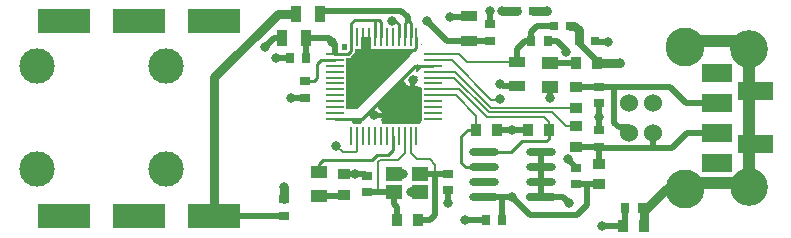
<source format=gtl>
G04*
G04 #@! TF.GenerationSoftware,Altium Limited,Altium Designer,23.3.1 (30)*
G04*
G04 Layer_Physical_Order=1*
G04 Layer_Color=255*
%FSLAX44Y44*%
%MOMM*%
G71*
G04*
G04 #@! TF.SameCoordinates,CDB4EB09-7802-4DFF-8E47-A9092604CAE6*
G04*
G04*
G04 #@! TF.FilePolarity,Positive*
G04*
G01*
G75*
%ADD10C,0.2540*%
%ADD11C,0.5000*%
%ADD12C,0.2000*%
%ADD38R,0.9000X0.8000*%
%ADD39R,0.8500X1.0000*%
%ADD40R,0.8000X0.9000*%
%ADD41R,1.4000X1.1000*%
G04:AMPARAMS|DCode=42|XSize=0.7mm|YSize=2.5mm|CornerRadius=0.175mm|HoleSize=0mm|Usage=FLASHONLY|Rotation=270.000|XOffset=0mm|YOffset=0mm|HoleType=Round|Shape=RoundedRectangle|*
%AMROUNDEDRECTD42*
21,1,0.7000,2.1500,0,0,270.0*
21,1,0.3500,2.5000,0,0,270.0*
1,1,0.3500,-1.0750,-0.1750*
1,1,0.3500,-1.0750,0.1750*
1,1,0.3500,1.0750,0.1750*
1,1,0.3500,1.0750,-0.1750*
%
%ADD42ROUNDEDRECTD42*%
%ADD43O,2.5000X0.7000*%
%ADD44R,1.0000X0.8500*%
%ADD45R,1.4000X1.1500*%
%ADD46R,0.7500X0.8000*%
%ADD47R,1.4000X0.9500*%
%ADD48R,0.9500X1.4000*%
%ADD49R,0.2800X1.5600*%
%ADD50R,1.5600X0.2800*%
%ADD51C,0.8000*%
%ADD52C,1.0000*%
%ADD53C,0.2500*%
%ADD54C,0.7500*%
%ADD55R,4.5000X2.0000*%
%ADD56R,2.5400X1.5000*%
%ADD57R,1.4995X1.4995*%
%ADD58C,3.2000*%
%ADD59C,3.3000*%
%ADD60C,1.5240*%
%ADD61C,3.0000*%
%ADD62C,0.8000*%
G36*
X354620Y162120D02*
Y162500D01*
X355000D01*
X354620Y162120D01*
D02*
G37*
G36*
X307680Y158330D02*
X308680D01*
Y168670D01*
X312280D01*
Y158869D01*
X312680D01*
Y158330D01*
X314620D01*
Y158870D01*
X346740D01*
Y158330D01*
X350830D01*
X350680Y158180D01*
X344841Y152341D01*
D01*
X332500Y140000D01*
X300000Y107500D01*
X291180D01*
Y110970D01*
Y115970D01*
X291180D01*
Y122770D01*
X291180D01*
Y125970D01*
Y130970D01*
Y135970D01*
X291180D01*
Y142770D01*
X291180D01*
Y145970D01*
X291180D01*
Y150970D01*
Y151036D01*
X292870D01*
X294146Y151290D01*
X295228Y152013D01*
X298038Y154823D01*
X298760Y155904D01*
X299014Y157180D01*
Y158870D01*
X301740D01*
Y158330D01*
X303680D01*
Y158869D01*
X304081D01*
Y168670D01*
X307680D01*
Y158330D01*
D02*
G37*
G36*
X292280Y158870D02*
X292346D01*
Y158561D01*
X291489Y157704D01*
X291180D01*
Y157770D01*
X287500D01*
Y162500D01*
X292280D01*
Y158870D01*
D02*
G37*
G36*
X354234Y144152D02*
X354375Y141715D01*
X351035Y139476D01*
X350275Y139868D01*
X349466Y144317D01*
X350774Y145585D01*
X354234Y144152D01*
D02*
G37*
G36*
X349500Y126250D02*
X350798Y126787D01*
X351180Y127080D01*
X354001Y126297D01*
X355180Y125309D01*
Y120970D01*
Y110970D01*
Y98414D01*
X354341Y95709D01*
X351636Y94870D01*
X343080D01*
X342280Y94870D01*
X342280Y94870D01*
X339080Y94870D01*
X339080Y94870D01*
X338280Y94870D01*
X327280D01*
Y94870D01*
X322219D01*
X321698Y95475D01*
X320458Y98870D01*
X320712Y99202D01*
X321250Y100500D01*
X314999D01*
Y104500D01*
X321250D01*
X320712Y105798D01*
X319664Y107164D01*
X318621Y107964D01*
X318244Y108532D01*
X317582Y112479D01*
X317614Y112614D01*
X336942Y131942D01*
X341128Y130793D01*
X341787Y129202D01*
X342836Y127836D01*
X344202Y126787D01*
X345500Y126250D01*
Y132500D01*
X349500D01*
Y126250D01*
D02*
G37*
G36*
X304370Y99370D02*
X305822Y98176D01*
X303976Y94870D01*
X297022D01*
X295288Y98116D01*
X295236Y98951D01*
X295590Y99370D01*
X304370D01*
D02*
G37*
D10*
X345680Y168670D02*
Y180320D01*
X343250Y182750D02*
X345680Y180320D01*
X340680Y168670D02*
Y180180D01*
X343250Y182750D01*
X330680Y73430D02*
Y85070D01*
X268370Y52670D02*
Y54180D01*
X326250Y69000D02*
X330680Y73430D01*
X317500Y69000D02*
X326250D01*
X312750Y64250D02*
X317500Y69000D01*
X271370Y64250D02*
X312750D01*
X268370Y54180D02*
Y61250D01*
X271370Y64250D01*
X408200Y70930D02*
X430430D01*
X439750Y80250D01*
X460750D01*
X462966Y82466D01*
Y90070D01*
X392270Y58230D02*
X408200D01*
X388750Y61750D02*
X392270Y58230D01*
X388750Y61750D02*
Y84500D01*
X394320Y90070D01*
X401450D01*
X269870Y149370D02*
X281380D01*
X266250Y145750D02*
X269870Y149370D01*
X266250Y134000D02*
Y145750D01*
X263580Y131330D02*
X266250Y134000D01*
X256670Y131330D02*
X263580D01*
X292870Y154370D02*
X295680Y157180D01*
Y168670D01*
X315680D02*
Y183180D01*
X281380Y154370D02*
X292870D01*
X295680Y168670D02*
Y180680D01*
X320680Y168670D02*
Y181570D01*
X295680Y180680D02*
X298500Y183500D01*
X318750D01*
X320680Y181570D01*
D11*
X456200Y45530D02*
Y58230D01*
Y32830D02*
Y45530D01*
X276640Y167610D02*
X279375Y164875D01*
X281500Y162750D01*
X525800Y8320D02*
X527550Y10070D01*
X507570Y8320D02*
X525800D01*
X343250Y182750D02*
Y185750D01*
X308710Y37055D02*
X318269D01*
X331948D01*
X518250Y96000D02*
X521996Y92254D01*
X527550Y10070D02*
Y24010D01*
Y25260D01*
X268370Y34181D02*
X288385D01*
X331948Y27052D02*
Y37055D01*
Y27052D02*
X334198Y24802D01*
Y14060D02*
Y24802D01*
X353948Y53056D02*
X366769D01*
X377620D01*
X366769Y18269D02*
Y53056D01*
X362560Y14060D02*
X366769Y18269D01*
X351698Y14060D02*
X362560D01*
X179502Y17240D02*
X238180D01*
X418950Y90070D02*
X432022D01*
X445466D01*
X431920Y32830D02*
X447000Y17750D01*
X486500D01*
X495000Y26250D01*
Y43670D01*
X485861Y43920D02*
X504940D01*
Y61420D02*
Y74420D01*
X486080Y75580D02*
X504940D01*
X486020Y126420D02*
X504940D01*
X518250D01*
Y96000D02*
Y126420D01*
X456200Y58230D02*
Y70930D01*
Y32830D02*
X474920D01*
X479750Y28000D01*
X478781Y65000D02*
X485861Y57920D01*
X464040Y146670D02*
X486020D01*
X488020Y163480D02*
X503520Y147980D01*
Y146670D02*
Y147980D01*
X488020Y163480D02*
Y165040D01*
X395190Y165660D02*
X413151D01*
X504940Y101191D02*
Y112420D01*
Y89580D02*
Y101191D01*
X423580Y127170D02*
X436200D01*
X421500Y129250D02*
X423580Y127170D01*
X464040Y116710D02*
Y126670D01*
X408200Y32830D02*
X424522D01*
X431920D01*
X423420Y31728D02*
X424522Y32830D01*
X423420Y14060D02*
Y31728D01*
X281500Y155500D02*
Y162750D01*
X257330Y167610D02*
X276640D01*
X501810Y164750D02*
X513000D01*
X501520Y165040D02*
X501810Y164750D01*
X257330Y150650D02*
Y167610D01*
X306960Y52806D02*
X308710Y51055D01*
X289510Y52806D02*
X298999D01*
X306960D01*
X377620Y28380D02*
Y39056D01*
X392060Y14060D02*
X409420D01*
X395031Y186000D02*
X395190Y186160D01*
X379000Y186000D02*
X395031D01*
X413151Y179660D02*
Y190849D01*
X360000Y182500D02*
X376840Y165660D01*
X395190D01*
X230110Y167610D02*
X236830D01*
X222500Y160000D02*
X230110Y167610D01*
X231580Y150650D02*
X243330D01*
X442479Y164979D02*
X448040D01*
X436200Y158700D02*
X442479Y164979D01*
X436200Y147670D02*
Y158700D01*
X448040Y164979D02*
Y173040D01*
X453040Y178040D01*
X467420D01*
X462040Y164979D02*
X470020D01*
X477500Y157500D01*
Y156250D02*
Y157500D01*
X244170Y117330D02*
X256670D01*
X271855Y191000D02*
X338000D01*
X269300Y188445D02*
X271855Y191000D01*
X338000D02*
X343250Y185750D01*
X505520Y75000D02*
X567250D01*
X579954Y87704D01*
X605240D01*
X504940Y74420D02*
X505520Y75000D01*
X550791Y75960D02*
Y87754D01*
Y92254D01*
X518250Y126420D02*
X565580D01*
X578896Y113104D01*
X605240D01*
X521996Y92254D02*
X530791D01*
D12*
X340680Y70430D02*
Y85070D01*
X345680Y70570D02*
Y85070D01*
X318269Y37055D02*
Y62769D01*
X320230Y64730D01*
X334980D01*
X340680Y70430D01*
X300680Y72180D02*
Y85070D01*
X299500Y71000D02*
X300680Y72180D01*
X288250Y71000D02*
X299500D01*
X282750Y76500D02*
X288250Y71000D01*
X364980Y139370D02*
X383130D01*
X413580Y108920D01*
X486020D01*
X364980Y134370D02*
X382473D01*
X411923Y104920D01*
X465080D01*
X476920Y93080D01*
X486080D01*
X393580Y147670D02*
X436200D01*
X414240Y115750D02*
X421016D01*
X421272Y116006D01*
X364980Y149370D02*
X380620D01*
X414240Y115750D01*
X386880Y154370D02*
X393580Y147670D01*
X364980Y154370D02*
X386880D01*
X364980Y124370D02*
X386816D01*
X410266Y100920D01*
X459080D01*
X462966Y97034D01*
Y90070D02*
Y97034D01*
X364980Y119370D02*
X384130D01*
X401450Y102050D01*
Y90070D02*
Y102050D01*
X345680Y70570D02*
X351250Y65000D01*
X362500D01*
X366769Y60731D01*
Y53056D02*
Y60731D01*
D38*
X238180Y31240D02*
D03*
Y17240D02*
D03*
X377620Y39056D02*
D03*
Y53056D02*
D03*
X308710Y51055D02*
D03*
Y37055D02*
D03*
X485861Y57920D02*
D03*
Y43920D02*
D03*
X504940Y89580D02*
D03*
Y75580D02*
D03*
X413151Y165660D02*
D03*
Y179660D02*
D03*
X256670Y131330D02*
D03*
Y117330D02*
D03*
X504940Y112420D02*
D03*
Y126420D02*
D03*
D39*
X525800Y8320D02*
D03*
X543300Y8320D02*
D03*
X462966Y90070D02*
D03*
X445466Y90070D02*
D03*
X401450Y90070D02*
D03*
X418950Y90070D02*
D03*
X486020Y146670D02*
D03*
X503520Y146670D02*
D03*
X351698Y14060D02*
D03*
X334198Y14060D02*
D03*
D40*
X527550Y24010D02*
D03*
X541550Y24010D02*
D03*
X409420Y14060D02*
D03*
X423420Y14060D02*
D03*
X462040Y164979D02*
D03*
X448040D02*
D03*
X257330Y150650D02*
D03*
X243330D02*
D03*
D41*
X464040Y126670D02*
D03*
Y146670D02*
D03*
X268370Y34181D02*
D03*
Y54180D02*
D03*
D42*
X456200Y32830D02*
D03*
D43*
X456200Y45530D02*
D03*
X456200Y58230D02*
D03*
Y70930D02*
D03*
X408200Y32830D02*
D03*
X408200Y45530D02*
D03*
X408200Y58230D02*
D03*
X408200Y70930D02*
D03*
D44*
X289510Y52806D02*
D03*
Y35306D02*
D03*
X504940Y61420D02*
D03*
Y43920D02*
D03*
X486080Y75580D02*
D03*
Y93080D02*
D03*
X486020Y126420D02*
D03*
X486020Y108920D02*
D03*
D45*
X331948Y37055D02*
D03*
X353948D02*
D03*
Y53056D02*
D03*
X331948D02*
D03*
D46*
X488020Y165040D02*
D03*
X501520D02*
D03*
X480920Y178040D02*
D03*
X467420Y178040D02*
D03*
X449020Y190530D02*
D03*
X435520Y190530D02*
D03*
D47*
X395190Y186160D02*
D03*
Y165660D02*
D03*
X436200Y147670D02*
D03*
Y127170D02*
D03*
D48*
X236830Y167610D02*
D03*
X257330D02*
D03*
X269300Y188445D02*
D03*
X248800D02*
D03*
D49*
X295680Y85070D02*
D03*
X300680D02*
D03*
X305680D02*
D03*
X310680D02*
D03*
X315680D02*
D03*
X320680Y85070D02*
D03*
X325680D02*
D03*
X330680Y85070D02*
D03*
X335680D02*
D03*
X340680Y85070D02*
D03*
X345680Y85070D02*
D03*
X350680D02*
D03*
Y168670D02*
D03*
X345680D02*
D03*
X340680D02*
D03*
X335680D02*
D03*
X330680D02*
D03*
X325680D02*
D03*
X320680D02*
D03*
X315680D02*
D03*
X310680D02*
D03*
X305680D02*
D03*
X300680D02*
D03*
X295680D02*
D03*
D50*
X364980Y99370D02*
D03*
Y104370D02*
D03*
Y109370D02*
D03*
Y114370D02*
D03*
Y119370D02*
D03*
Y124370D02*
D03*
Y129370D02*
D03*
Y134370D02*
D03*
Y139370D02*
D03*
Y144370D02*
D03*
Y149370D02*
D03*
Y154370D02*
D03*
X281380D02*
D03*
Y149370D02*
D03*
X281380Y144370D02*
D03*
X281380Y139370D02*
D03*
X281380Y134370D02*
D03*
Y129370D02*
D03*
Y124370D02*
D03*
X281380Y119370D02*
D03*
X281380Y114370D02*
D03*
Y109370D02*
D03*
Y104370D02*
D03*
Y99370D02*
D03*
D51*
X577891Y40254D02*
Y44754D01*
X503520Y146670D02*
X522830D01*
X543300Y8320D02*
Y21300D01*
X562254Y40254D02*
X577891D01*
X179502Y17240D02*
Y134502D01*
X233445Y188445D01*
X248800D01*
X543300Y21300D02*
X543780Y21780D01*
X562254Y40254D01*
D52*
X588137Y165000D02*
X620494D01*
X632240Y46254D02*
Y72560D01*
Y36254D02*
Y41754D01*
Y46254D01*
X577891Y45000D02*
X623494D01*
X577891Y154754D02*
X580641Y157504D01*
X588137Y165000D01*
X632240Y46254D02*
Y78060D01*
Y123018D01*
Y153254D01*
Y36254D02*
X638490D01*
X629490Y39004D02*
X632240Y36254D01*
X623494Y45000D02*
X629490Y39004D01*
Y156004D02*
X632240Y153254D01*
X620494Y165000D02*
X629490Y156004D01*
X632240Y153254D02*
X638490D01*
D53*
X364630Y144020D02*
X364980Y144370D01*
X330000Y182500D02*
X330000Y182500D01*
X330000Y182500D02*
X332500D01*
X335680Y179320D01*
Y168670D02*
Y179320D01*
X281380Y99370D02*
X304370D01*
X349370Y144370D01*
X364980D01*
X347500Y132500D02*
X350000Y135000D01*
X350330Y168320D02*
X350680Y168670D01*
X350330Y159524D02*
Y168320D01*
X348426Y157620D02*
X350330Y159524D01*
X346870Y157620D02*
X348426D01*
X345750Y156500D02*
X346870Y157620D01*
D54*
X449020Y190530D02*
X461220D01*
X423030Y190530D02*
X435520D01*
X480920Y178040D02*
X484460D01*
X488020Y174480D01*
Y165040D02*
Y174480D01*
X238180Y31240D02*
Y41820D01*
D55*
X179502Y182340D02*
D03*
X116002D02*
D03*
X52502D02*
D03*
X179502Y17240D02*
D03*
X116002D02*
D03*
X52502D02*
D03*
D56*
X605240Y138504D02*
D03*
X605240Y113104D02*
D03*
X605240Y87704D02*
D03*
Y62304D02*
D03*
D57*
X630716Y123018D02*
D03*
Y78060D02*
D03*
X644703Y123018D02*
D03*
Y78060D02*
D03*
D58*
X632240Y41754D02*
D03*
Y158754D02*
D03*
D59*
X577891Y40254D02*
D03*
X577891Y160254D02*
D03*
D60*
X550791Y112754D02*
D03*
X550791Y87754D02*
D03*
X530791Y87754D02*
D03*
X530791Y112754D02*
D03*
D61*
X29080Y144500D02*
D03*
Y57000D02*
D03*
X139080D02*
D03*
Y144500D02*
D03*
D62*
X507570Y8320D02*
D03*
X282750Y76500D02*
D03*
X432022Y90070D02*
D03*
X431920Y32830D02*
D03*
X479750Y28000D02*
D03*
X478781Y65000D02*
D03*
X504940Y101191D02*
D03*
X522830Y146670D02*
D03*
X421272Y116006D02*
D03*
X421500Y129250D02*
D03*
X464040Y116710D02*
D03*
X513000Y164750D02*
D03*
X279250D02*
D03*
X298999Y52806D02*
D03*
X377620Y28380D02*
D03*
X392060Y14060D02*
D03*
X379000Y186000D02*
D03*
X413151Y190849D02*
D03*
X360000Y182500D02*
D03*
X222500Y160000D02*
D03*
X231580Y150650D02*
D03*
X244170Y117330D02*
D03*
X461220Y190530D02*
D03*
X423030Y190530D02*
D03*
X477500Y156250D02*
D03*
X238180Y41820D02*
D03*
X339448Y53056D02*
D03*
X346448Y37055D02*
D03*
X330000Y182500D02*
D03*
X307500Y149999D02*
D03*
X332500Y150000D02*
D03*
X347500Y132500D02*
D03*
X314999Y102500D02*
D03*
M02*

</source>
